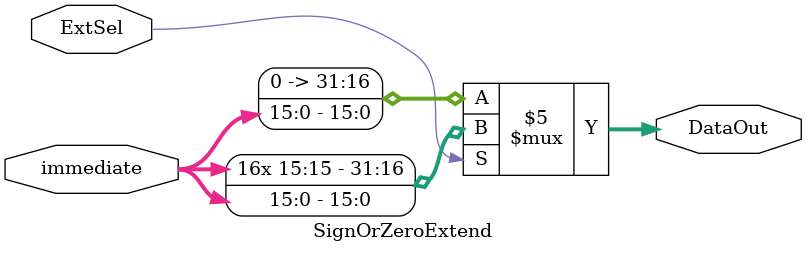
<source format=v>
`timescale 1ns / 1ps
module SignOrZeroExtend(
    input ExtSel,
    input [15:0] immediate,
    output reg [31:0] DataOut
    );

    initial begin
      DataOut <= 32'bz;
    end
	 always @(immediate or ExtSel) begin
		if (ExtSel == 0)
			DataOut = {16'b0000000000000000, immediate};
		else
			DataOut = {{16{immediate[15]}}, immediate};
	 end

endmodule

</source>
